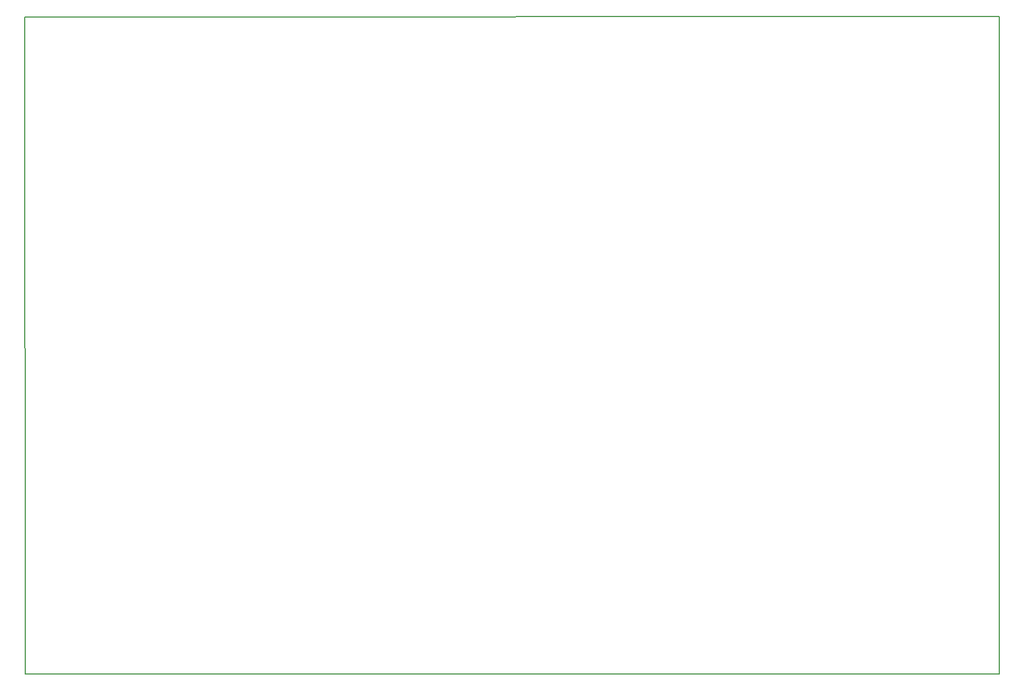
<source format=gbr>
G04 #@! TF.GenerationSoftware,KiCad,Pcbnew,(5.1.4)-1*
G04 #@! TF.CreationDate,2019-11-07T18:39:05-06:00*
G04 #@! TF.ProjectId,_autosave-_autosave-BPS-Nucleo,5f617574-6f73-4617-9665-2d5f6175746f,rev?*
G04 #@! TF.SameCoordinates,Original*
G04 #@! TF.FileFunction,Profile,NP*
%FSLAX46Y46*%
G04 Gerber Fmt 4.6, Leading zero omitted, Abs format (unit mm)*
G04 Created by KiCad (PCBNEW (5.1.4)-1) date 2019-11-07 18:39:05*
%MOMM*%
%LPD*%
G04 APERTURE LIST*
%ADD10C,0.150000*%
G04 APERTURE END LIST*
D10*
X228729540Y-49339500D02*
X78582520Y-49390300D01*
X228729540Y-150672800D02*
X228729540Y-49339500D01*
X78635860Y-150672800D02*
X228729540Y-150672800D01*
X78582520Y-49390300D02*
X78635860Y-150672800D01*
M02*

</source>
